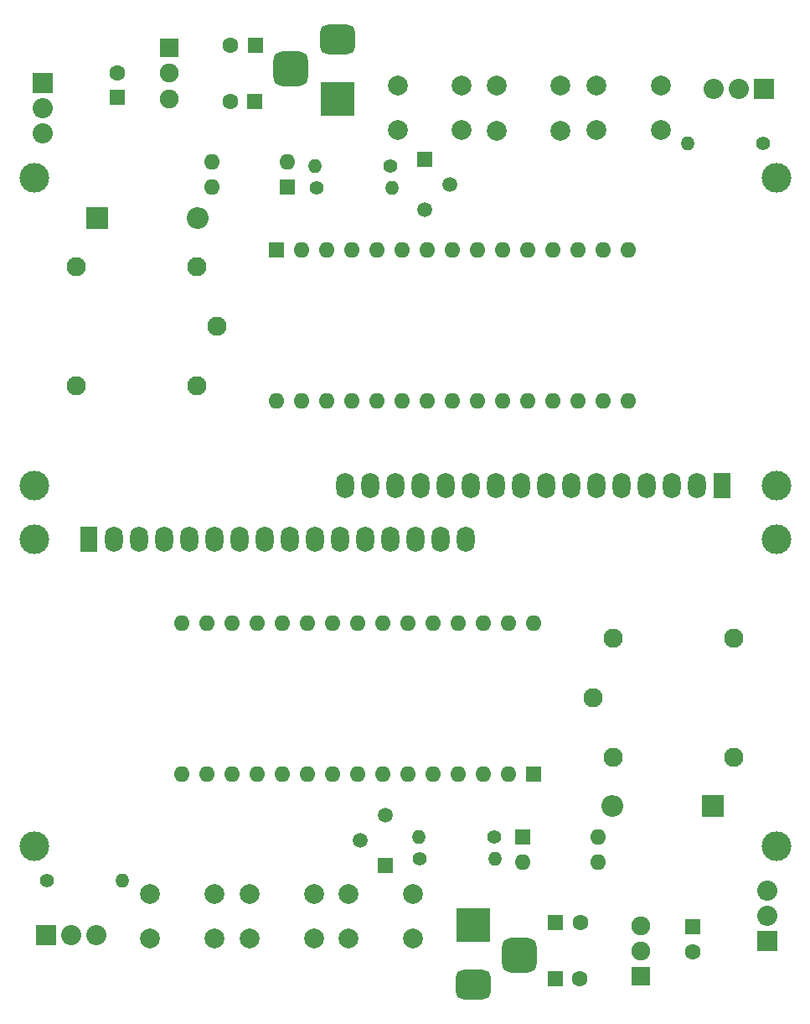
<source format=gbr>
%TF.GenerationSoftware,KiCad,Pcbnew,(6.0.0)*%
%TF.CreationDate,2022-01-31T19:39:54+07:00*%
%TF.ProjectId,eggmodel_V1.1,6567676d-6f64-4656-9c5f-56312e312e6b,rev?*%
%TF.SameCoordinates,Original*%
%TF.FileFunction,Soldermask,Bot*%
%TF.FilePolarity,Negative*%
%FSLAX46Y46*%
G04 Gerber Fmt 4.6, Leading zero omitted, Abs format (unit mm)*
G04 Created by KiCad (PCBNEW (6.0.0)) date 2022-01-31 19:39:54*
%MOMM*%
%LPD*%
G01*
G04 APERTURE LIST*
G04 Aperture macros list*
%AMRoundRect*
0 Rectangle with rounded corners*
0 $1 Rounding radius*
0 $2 $3 $4 $5 $6 $7 $8 $9 X,Y pos of 4 corners*
0 Add a 4 corners polygon primitive as box body*
4,1,4,$2,$3,$4,$5,$6,$7,$8,$9,$2,$3,0*
0 Add four circle primitives for the rounded corners*
1,1,$1+$1,$2,$3*
1,1,$1+$1,$4,$5*
1,1,$1+$1,$6,$7*
1,1,$1+$1,$8,$9*
0 Add four rect primitives between the rounded corners*
20,1,$1+$1,$2,$3,$4,$5,0*
20,1,$1+$1,$4,$5,$6,$7,0*
20,1,$1+$1,$6,$7,$8,$9,0*
20,1,$1+$1,$8,$9,$2,$3,0*%
G04 Aperture macros list end*
%ADD10R,1.600000X1.600000*%
%ADD11C,1.600000*%
%ADD12C,2.000000*%
%ADD13C,1.400000*%
%ADD14O,1.400000X1.400000*%
%ADD15R,2.040000X2.040000*%
%ADD16C,2.040000*%
%ADD17C,3.000000*%
%ADD18R,1.800000X2.600000*%
%ADD19O,1.800000X2.600000*%
%ADD20R,1.910000X1.910000*%
%ADD21C,1.910000*%
%ADD22C,1.950000*%
%ADD23R,1.500000X1.500000*%
%ADD24C,1.500000*%
%ADD25R,3.500000X3.500000*%
%ADD26RoundRect,0.750000X-1.000000X0.750000X-1.000000X-0.750000X1.000000X-0.750000X1.000000X0.750000X0*%
%ADD27RoundRect,0.875000X-0.875000X0.875000X-0.875000X-0.875000X0.875000X-0.875000X0.875000X0.875000X0*%
%ADD28R,2.200000X2.200000*%
%ADD29O,2.200000X2.200000*%
%ADD30O,1.600000X1.600000*%
%ADD31RoundRect,0.875000X0.875000X-0.875000X0.875000X0.875000X-0.875000X0.875000X-0.875000X-0.875000X0*%
%ADD32RoundRect,0.750000X1.000000X-0.750000X1.000000X0.750000X-1.000000X0.750000X-1.000000X-0.750000X0*%
G04 APERTURE END LIST*
D10*
%TO.C,C3*%
X95370000Y-39330000D03*
D11*
X95370000Y-36830000D03*
%TD*%
D10*
%TO.C,C2*%
X109240000Y-39760000D03*
D11*
X106740000Y-39760000D03*
%TD*%
D10*
%TO.C,C1*%
X109270000Y-34050000D03*
D11*
X106770000Y-34050000D03*
%TD*%
D12*
%TO.C,SW1*%
X130160000Y-38140000D03*
X123660000Y-38140000D03*
X123660000Y-42640000D03*
X130160000Y-42640000D03*
%TD*%
D13*
%TO.C,R3*%
X122970000Y-46230000D03*
D14*
X115350000Y-46230000D03*
%TD*%
D15*
%TO.C,J3*%
X87810000Y-37850000D03*
D16*
X87810000Y-40390000D03*
X87810000Y-42930000D03*
%TD*%
D17*
%TO.C,DS1*%
X86930000Y-78477500D03*
X86930520Y-47476800D03*
X161929100Y-78477500D03*
X161929100Y-47476800D03*
D18*
X156430000Y-78477500D03*
D19*
X153890000Y-78477500D03*
X151350000Y-78477500D03*
X148810000Y-78477500D03*
X146270000Y-78477500D03*
X143730000Y-78477500D03*
X141190000Y-78477500D03*
X138650000Y-78477500D03*
X136110000Y-78477500D03*
X133570000Y-78477500D03*
X131030000Y-78477500D03*
X128490000Y-78477500D03*
X125950000Y-78477500D03*
X123410000Y-78477500D03*
X120870000Y-78477500D03*
X118330000Y-78477500D03*
%TD*%
D20*
%TO.C,U2*%
X100612000Y-34350000D03*
D21*
X100612000Y-36900000D03*
X100612000Y-39450000D03*
%TD*%
D15*
%TO.C,J1*%
X160701500Y-38470000D03*
D16*
X158161500Y-38470000D03*
X155621500Y-38470000D03*
%TD*%
D22*
%TO.C,K1*%
X103410000Y-68420000D03*
X103410000Y-56420000D03*
X105410000Y-62420000D03*
X91210000Y-56420000D03*
X91210000Y-68420000D03*
%TD*%
D13*
%TO.C,R2*%
X115470000Y-48420000D03*
D14*
X123090000Y-48420000D03*
%TD*%
D23*
%TO.C,Q1*%
X126430000Y-45540000D03*
D24*
X128970000Y-48080000D03*
X126430000Y-50620000D03*
%TD*%
D12*
%TO.C,SW3*%
X150240000Y-38140000D03*
X143740000Y-38140000D03*
X143740000Y-42640000D03*
X150240000Y-42640000D03*
%TD*%
%TO.C,SW2*%
X133650000Y-38160000D03*
X140150000Y-38160000D03*
X133650000Y-42660000D03*
X140150000Y-42660000D03*
%TD*%
D25*
%TO.C,J2*%
X117570000Y-39470000D03*
D26*
X117570000Y-33470000D03*
D27*
X112870000Y-36470000D03*
%TD*%
D28*
%TO.C,D1*%
X93300000Y-51530000D03*
D29*
X103460000Y-51530000D03*
%TD*%
D10*
%TO.C,U1*%
X112560000Y-48415000D03*
D30*
X112560000Y-45875000D03*
X104940000Y-45875000D03*
X104940000Y-48415000D03*
%TD*%
D13*
%TO.C,R1*%
X160640000Y-43950000D03*
D14*
X153020000Y-43950000D03*
%TD*%
D10*
%TO.C,A1*%
X111440000Y-54750000D03*
D30*
X113980000Y-54750000D03*
X116520000Y-54750000D03*
X119060000Y-54750000D03*
X121600000Y-54750000D03*
X124140000Y-54750000D03*
X126680000Y-54750000D03*
X129220000Y-54750000D03*
X131760000Y-54750000D03*
X134300000Y-54750000D03*
X136840000Y-54750000D03*
X139380000Y-54750000D03*
X141920000Y-54750000D03*
X144460000Y-54750000D03*
X147000000Y-54750000D03*
X147000000Y-69990000D03*
X144460000Y-69990000D03*
X141920000Y-69990000D03*
X139380000Y-69990000D03*
X136840000Y-69990000D03*
X134300000Y-69990000D03*
X131760000Y-69990000D03*
X129220000Y-69990000D03*
X126680000Y-69990000D03*
X124140000Y-69990000D03*
X121600000Y-69990000D03*
X119060000Y-69990000D03*
X116520000Y-69990000D03*
X113980000Y-69990000D03*
X111440000Y-69990000D03*
%TD*%
D10*
%TO.C,C3*%
X153500000Y-123050000D03*
D11*
X153500000Y-125550000D03*
%TD*%
D10*
%TO.C,C2*%
X139630000Y-122620000D03*
D11*
X142130000Y-122620000D03*
%TD*%
D10*
%TO.C,C1*%
X139600000Y-128330000D03*
D11*
X142100000Y-128330000D03*
%TD*%
D12*
%TO.C,SW2*%
X115220000Y-119720000D03*
X115220000Y-124220000D03*
X108720000Y-119720000D03*
X108720000Y-124220000D03*
%TD*%
D20*
%TO.C,U2*%
X148258000Y-128030000D03*
D21*
X148258000Y-125480000D03*
X148258000Y-122930000D03*
%TD*%
D30*
%TO.C,U1*%
X143930000Y-113965000D03*
X136310000Y-116505000D03*
X143930000Y-116505000D03*
D10*
X136310000Y-113965000D03*
%TD*%
D12*
%TO.C,SW3*%
X105130000Y-119740000D03*
X105130000Y-124240000D03*
X98630000Y-119740000D03*
X98630000Y-124240000D03*
%TD*%
%TO.C,SW1*%
X125210000Y-119740000D03*
X125210000Y-124240000D03*
X118710000Y-119740000D03*
X118710000Y-124240000D03*
%TD*%
D14*
%TO.C,R3*%
X133520000Y-116150000D03*
D13*
X125900000Y-116150000D03*
%TD*%
D14*
%TO.C,R2*%
X125780000Y-113960000D03*
D13*
X133400000Y-113960000D03*
%TD*%
%TO.C,R1*%
X88230000Y-118430000D03*
D14*
X95850000Y-118430000D03*
%TD*%
D23*
%TO.C,Q1*%
X122440000Y-116840000D03*
D24*
X122440000Y-111760000D03*
X119900000Y-114300000D03*
%TD*%
D22*
%TO.C,K1*%
X157660000Y-93960000D03*
X157660000Y-105960000D03*
X145460000Y-105960000D03*
X145460000Y-93960000D03*
X143460000Y-99960000D03*
%TD*%
D16*
%TO.C,J3*%
X161060000Y-119450000D03*
X161060000Y-121990000D03*
D15*
X161060000Y-124530000D03*
%TD*%
D31*
%TO.C,J2*%
X136000000Y-125910000D03*
D32*
X131300000Y-128910000D03*
D25*
X131300000Y-122910000D03*
%TD*%
D15*
%TO.C,J1*%
X88168500Y-123910000D03*
D16*
X90708500Y-123910000D03*
X93248500Y-123910000D03*
%TD*%
D17*
%TO.C,DS1*%
X161940000Y-83902500D03*
X161939480Y-114903200D03*
X86940900Y-114903200D03*
X86940900Y-83902500D03*
D19*
X130540000Y-83902500D03*
X128000000Y-83902500D03*
X125460000Y-83902500D03*
X122920000Y-83902500D03*
X120380000Y-83902500D03*
X117840000Y-83902500D03*
X115300000Y-83902500D03*
X112760000Y-83902500D03*
X110220000Y-83902500D03*
X107680000Y-83902500D03*
X105140000Y-83902500D03*
X102600000Y-83902500D03*
X100060000Y-83902500D03*
X97520000Y-83902500D03*
X94980000Y-83902500D03*
D18*
X92440000Y-83902500D03*
%TD*%
D29*
%TO.C,D1*%
X145410000Y-110850000D03*
D28*
X155570000Y-110850000D03*
%TD*%
D30*
%TO.C,A1*%
X101870000Y-92390000D03*
X101870000Y-107630000D03*
X137430000Y-92390000D03*
X104410000Y-107630000D03*
X134890000Y-92390000D03*
X106950000Y-107630000D03*
X132350000Y-92390000D03*
X109490000Y-107630000D03*
X129810000Y-92390000D03*
X112030000Y-107630000D03*
X127270000Y-92390000D03*
X114570000Y-107630000D03*
X124730000Y-92390000D03*
X117110000Y-107630000D03*
X122190000Y-92390000D03*
X119650000Y-107630000D03*
X119650000Y-92390000D03*
X122190000Y-107630000D03*
X117110000Y-92390000D03*
X124730000Y-107630000D03*
X114570000Y-92390000D03*
X127270000Y-107630000D03*
X112030000Y-92390000D03*
X129810000Y-107630000D03*
X109490000Y-92390000D03*
X132350000Y-107630000D03*
X106950000Y-92390000D03*
X134890000Y-107630000D03*
X104410000Y-92390000D03*
D10*
X137430000Y-107630000D03*
%TD*%
M02*

</source>
